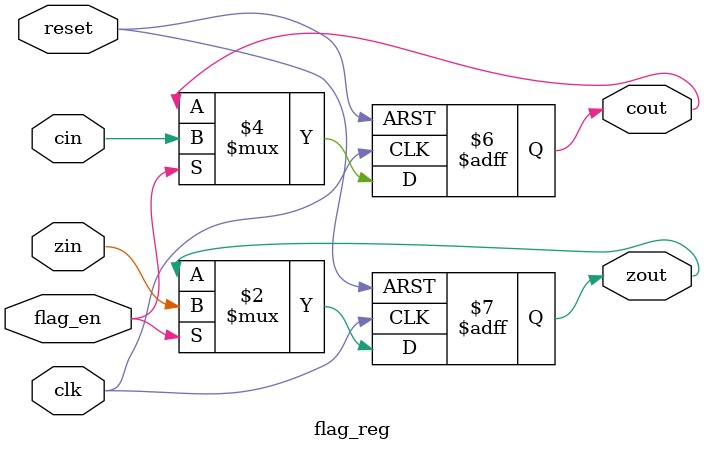
<source format=v>
module flag_reg(clk,reset,flag_en,cin,zin,cout,zout);
  input clk,reset,flag_en,cin,zin ;
  output reg cout,zout;
  always @(negedge clk or posedge reset)begin
    if(reset)begin
      cout<=1'b0;
      zout<=1'b0;
    end
    else if(flag_en)begin 
      cout<=cin;
      zout<=zin;
    end
  end
endmodule

</source>
